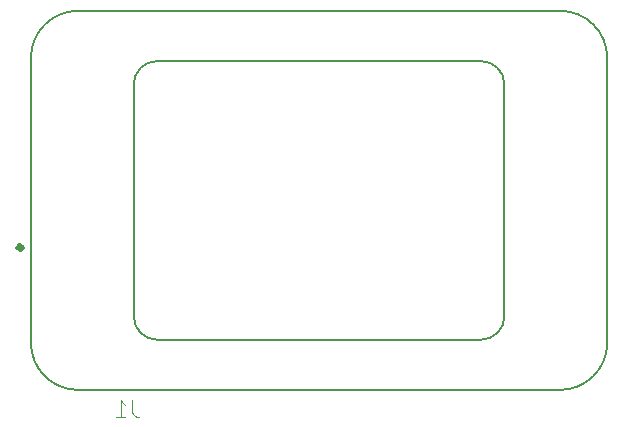
<source format=gbr>
%TF.GenerationSoftware,KiCad,Pcbnew,5.1.7-a382d34a8~88~ubuntu18.04.1*%
%TF.CreationDate,2021-02-25T09:22:48-05:00*%
%TF.ProjectId,LVPDU,4c565044-552e-46b6-9963-61645f706362,rev?*%
%TF.SameCoordinates,Original*%
%TF.FileFunction,Legend,Bot*%
%TF.FilePolarity,Positive*%
%FSLAX46Y46*%
G04 Gerber Fmt 4.6, Leading zero omitted, Abs format (unit mm)*
G04 Created by KiCad (PCBNEW 5.1.7-a382d34a8~88~ubuntu18.04.1) date 2021-02-25 09:22:48*
%MOMM*%
%LPD*%
G01*
G04 APERTURE LIST*
%ADD10C,0.500000*%
%ADD11C,0.127000*%
%ADD12C,0.050000*%
G04 APERTURE END LIST*
D10*
%TO.C,J1*%
X171946000Y-56832000D02*
G75*
G03*
X171946000Y-56832000I-175000J0D01*
G01*
D11*
X221504000Y-64882000D02*
X221504000Y-40782000D01*
X176704000Y-68882000D02*
X217504000Y-68882000D01*
X172704000Y-40782000D02*
X172704000Y-64882000D01*
X217504000Y-36782000D02*
X176704000Y-36782000D01*
X210804000Y-41032000D02*
X183404000Y-41032000D01*
X212804000Y-62632000D02*
X212804000Y-43032000D01*
X183404000Y-64632000D02*
X210804000Y-64632000D01*
X181404000Y-43032000D02*
X181404000Y-62632000D01*
X221504000Y-40782000D02*
G75*
G03*
X217504000Y-36782000I-4000000J0D01*
G01*
X217504000Y-68882000D02*
G75*
G03*
X221504000Y-64882000I0J4000000D01*
G01*
X172704000Y-64882000D02*
G75*
G03*
X176704000Y-68882000I4000000J0D01*
G01*
X176704000Y-36782000D02*
G75*
G03*
X172704000Y-40782000I0J-4000000D01*
G01*
X183404000Y-41032000D02*
G75*
G03*
X181404000Y-43032000I0J-2000000D01*
G01*
X212804000Y-43032000D02*
G75*
G03*
X210804000Y-41032000I-2000000J0D01*
G01*
X210804000Y-64632000D02*
G75*
G03*
X212804000Y-62632000I0J2000000D01*
G01*
X181404000Y-62632000D02*
G75*
G03*
X183404000Y-64632000I2000000J0D01*
G01*
D12*
X181300293Y-69733732D02*
X181300293Y-70734646D01*
X181367020Y-70934829D01*
X181500476Y-71068284D01*
X181700659Y-71135012D01*
X181834114Y-71135012D01*
X179899013Y-71135012D02*
X180699744Y-71135012D01*
X180299379Y-71135012D02*
X180299379Y-69733732D01*
X180432834Y-69933915D01*
X180566289Y-70067370D01*
X180699744Y-70134098D01*
%TD*%
M02*

</source>
